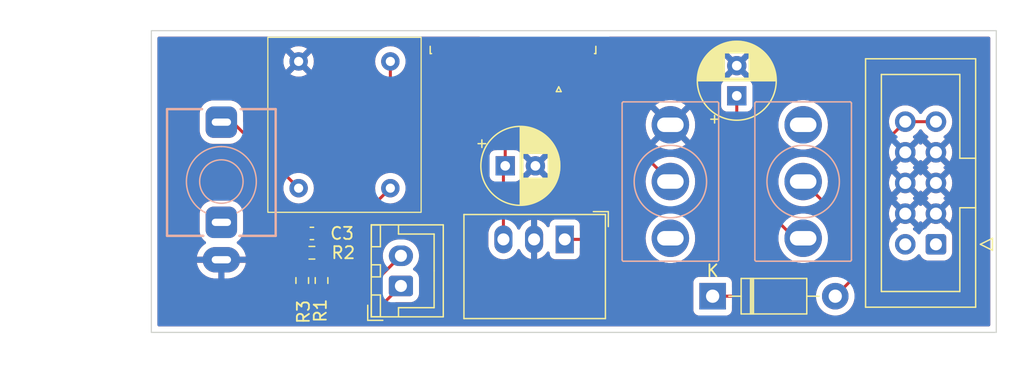
<source format=kicad_pcb>
(kicad_pcb (version 20221018) (generator pcbnew)
  (layers (0 "F.Cu" signal) (31 "B.Cu" signal) (34 "B.Paste" user) (35 "F.Paste" user) (36 "B.SilkS" user "B.Silkscreen") (37 "F.SilkS" user "F.Silkscreen") (38 "B.Mask" user) (39 "F.Mask" user) (44 "Edge.Cuts" user))
  (net 0 "")
  (net 4 "GND")
  (net 5 "+5V")
  (net 6 "+12V")
  (net 7 "Net-(J1-Pin_16)")
  (net 12 "Net-(D2-K)")
  (net 13 "Net-(D2-A)")
  (net 15 "Net-(T1-AA)")
  (net 16 "Net-(T1-AB)")
  (net 17 "Net-(T1-SB)")
  (net 18 "Net-(J4-Pin_1)")
  (net 19 "Net-(J4-Pin_2)")
  (footprint "AlexCustom:EI14" (layer "F.Cu") (at 26 7.8 90)
    (fp_text reference "T1" hide)
    (fp_text value "Transformer_1P_1S")
    (fp_rect (start -7.25 -6.35) (end 7.25 6.35) (stroke (width 0.1)) (fill none) (layer "F.SilkS"))
    (pad "1" thru_hole circle (at -5.25 3.8 90) (size 1.524 1.524) (drill 0.762) (layers "*.Cu" "*.Mask") (net 15 "Net-(T1-AA)"))
    (pad "2" thru_hole circle (at 5.25 3.8 90) (size 1.524 1.524) (drill 0.762) (layers "*.Cu" "*.Mask") (net 16 "Net-(T1-AB)"))
    (pad "3" thru_hole circle (at 5.25 -3.8 90) (size 1.524 1.524) (drill 0.762) (layers "*.Cu" "*.Mask") (net 4 "GND"))
    (pad "4" thru_hole circle (at -5.25 -3.8 90) (size 1.524 1.524) (drill 0.762) (layers "*.Cu" "*.Mask") (net 17 "Net-(T1-SB)"))
  )
  (footprint "Connector_IDC:IDC-Header_2x05_P2.54mm_Vertical" (layer "F.Cu") (at 75 17.7 180)
    (fp_text reference "J3" hide)
    (fp_text value "Conn_02x05_Odd_Even")
    (fp_line (start -4.68 -0.5) (end -4.68 0.5) (stroke (width 0.12)) (layer "F.SilkS"))
    (fp_line (start -4.68 0.5) (end -3.68 0) (stroke (width 0.12)) (layer "F.SilkS"))
    (fp_line (start -3.68 0) (end -4.68 -0.5) (stroke (width 0.12)) (layer "F.SilkS"))
    (fp_line (start -3.29 -5.21) (end 5.83 -5.21) (stroke (width 0.12)) (layer "F.SilkS"))
    (fp_line (start -3.29 3.03) (end -1.98 3.03) (stroke (width 0.12)) (layer "F.SilkS"))
    (fp_line (start -3.29 15.37) (end -3.29 -5.21) (stroke (width 0.12)) (layer "F.SilkS"))
    (fp_line (start -1.98 -3.91) (end 4.52 -3.91) (stroke (width 0.12)) (layer "F.SilkS"))
    (fp_line (start -1.98 3.03) (end -1.98 -3.91) (stroke (width 0.12)) (layer "F.SilkS"))
    (fp_line (start -1.98 7.13) (end -3.29 7.13) (stroke (width 0.12)) (layer "F.SilkS"))
    (fp_line (start -1.98 7.13) (end -1.98 7.13) (stroke (width 0.12)) (layer "F.SilkS"))
    (fp_line (start -1.98 14.07) (end -1.98 7.13) (stroke (width 0.12)) (layer "F.SilkS"))
    (fp_line (start 4.52 -3.91) (end 4.52 14.07) (stroke (width 0.12)) (layer "F.SilkS"))
    (fp_line (start 4.52 14.07) (end -1.98 14.07) (stroke (width 0.12)) (layer "F.SilkS"))
    (fp_line (start 5.83 -5.21) (end 5.83 15.37) (stroke (width 0.12)) (layer "F.SilkS"))
    (fp_line (start 5.83 15.37) (end -3.29 15.37) (stroke (width 0.12)) (layer "F.SilkS"))
    (pad "1" thru_hole roundrect (at 0 0 180) (size 1.7 1.7) (drill 1) (layers "*.Cu" "*.Mask") (roundrect_rratio 0.1470588235))
    (pad "2" thru_hole circle (at 2.54 0 180) (size 1.7 1.7) (drill 1) (layers "*.Cu" "*.Mask"))
    (pad "3" thru_hole circle (at 0 2.54 180) (size 1.7 1.7) (drill 1) (layers "*.Cu" "*.Mask") (net 4 "GND"))
    (pad "4" thru_hole circle (at 2.54 2.54 180) (size 1.7 1.7) (drill 1) (layers "*.Cu" "*.Mask") (net 4 "GND"))
    (pad "5" thru_hole circle (at 0 5.08 180) (size 1.7 1.7) (drill 1) (layers "*.Cu" "*.Mask") (net 4 "GND"))
    (pad "6" thru_hole circle (at 2.54 5.08 180) (size 1.7 1.7) (drill 1) (layers "*.Cu" "*.Mask") (net 4 "GND"))
    (pad "7" thru_hole circle (at 0 7.62 180) (size 1.7 1.7) (drill 1) (layers "*.Cu" "*.Mask") (net 4 "GND"))
    (pad "8" thru_hole circle (at 2.54 7.62 180) (size 1.7 1.7) (drill 1) (layers "*.Cu" "*.Mask") (net 4 "GND"))
    (pad "9" thru_hole circle (at 0 10.16 180) (size 1.7 1.7) (drill 1) (layers "*.Cu" "*.Mask") (net 13 "Net-(D2-A)"))
    (pad "10" thru_hole circle (at 2.54 10.16 180) (size 1.7 1.7) (drill 1) (layers "*.Cu" "*.Mask") (net 13 "Net-(D2-A)"))
  )
  (footprint "Resistor_SMD:R_0603_1608Metric" (layer "F.Cu") (at 24.1 20.7 -90)
    (fp_text reference "R1" (at 2.5 0.1 90) (layer "F.SilkS"))
    (fp_text value "1k")
    (fp_line (start -0.237258 -0.5225) (end 0.237258 -0.5225) (stroke (width 0.12)) (layer "F.SilkS"))
    (fp_line (start -0.237258 0.5225) (end 0.237258 0.5225) (stroke (width 0.12)) (layer "F.SilkS"))
    (pad "1" smd roundrect (at -0.825 0 270) (size 0.8 0.95) (layers "F.Cu" "F.Paste" "F.Mask") (net 15 "Net-(T1-AA)"))
    (pad "2" smd roundrect (at 0.825 0 270) (size 0.8 0.95) (layers "F.Cu" "F.Paste" "F.Mask") (net 19 "Net-(J4-Pin_2)"))
  )
  (footprint "Resistor_SMD:R_0603_1608Metric" (layer "F.Cu") (at 23.3 18.4 180)
    (fp_text reference "R2" (at -2.6 0) (layer "F.SilkS"))
    (fp_text value "200")
    (fp_line (start -0.237258 -0.5225) (end 0.237258 -0.5225) (stroke (width 0.12)) (layer "F.SilkS"))
    (fp_line (start -0.237258 0.5225) (end 0.237258 0.5225) (stroke (width 0.12)) (layer "F.SilkS"))
    (pad "1" smd roundrect (at -0.825 0 180) (size 0.8 0.95) (layers "F.Cu" "F.Paste" "F.Mask") (net 15 "Net-(T1-AA)"))
    (pad "2" smd roundrect (at 0.825 0 180) (size 0.8 0.95) (layers "F.Cu" "F.Paste" "F.Mask") (net 16 "Net-(T1-AB)"))
  )
  (footprint "Capacitor_THT:CP_Radial_D6.3mm_P2.50mm" (layer "F.Cu") (at 39.317621 11.2)
    (fp_text reference "C2" hide)
    (fp_text value "47u")
    (fp_line (start -2.250241 -1.839) (end -1.620241 -1.839) (stroke (width 0.12)) (layer "F.SilkS"))
    (fp_line (start -1.935241 -2.154) (end -1.935241 -1.524) (stroke (width 0.12)) (layer "F.SilkS"))
    (fp_line (start 1.25 -3.23) (end 1.25 3.23) (stroke (width 0.12)) (layer "F.SilkS"))
    (fp_line (start 1.29 -3.23) (end 1.29 3.23) (stroke (width 0.12)) (layer "F.SilkS"))
    (fp_line (start 1.33 -3.23) (end 1.33 3.23) (stroke (width 0.12)) (layer "F.SilkS"))
    (fp_line (start 1.37 -3.228) (end 1.37 3.228) (stroke (width 0.12)) (layer "F.SilkS"))
    (fp_line (start 1.41 -3.227) (end 1.41 3.227) (stroke (width 0.12)) (layer "F.SilkS"))
    (fp_line (start 1.45 -3.224) (end 1.45 3.224) (stroke (width 0.12)) (layer "F.SilkS"))
    (fp_line (start 1.49 -3.222) (end 1.49 -1.04) (stroke (width 0.12)) (layer "F.SilkS"))
    (fp_line (start 1.49 1.04) (end 1.49 3.222) (stroke (width 0.12)) (layer "F.SilkS"))
    (fp_line (start 1.53 -3.218) (end 1.53 -1.04) (stroke (width 0.12)) (layer "F.SilkS"))
    (fp_line (start 1.53 1.04) (end 1.53 3.218) (stroke (width 0.12)) (layer "F.SilkS"))
    (fp_line (start 1.57 -3.215) (end 1.57 -1.04) (stroke (width 0.12)) (layer "F.SilkS"))
    (fp_line (start 1.57 1.04) (end 1.57 3.215) (stroke (width 0.12)) (layer "F.SilkS"))
    (fp_line (start 1.61 -3.211) (end 1.61 -1.04) (stroke (width 0.12)) (layer "F.SilkS"))
    (fp_line (start 1.61 1.04) (end 1.61 3.211) (stroke (width 0.12)) (layer "F.SilkS"))
    (fp_line (start 1.65 -3.206) (end 1.65 -1.04) (stroke (width 0.12)) (layer "F.SilkS"))
    (fp_line (start 1.65 1.04) (end 1.65 3.206) (stroke (width 0.12)) (layer "F.SilkS"))
    (fp_line (start 1.69 -3.201) (end 1.69 -1.04) (stroke (width 0.12)) (layer "F.SilkS"))
    (fp_line (start 1.69 1.04) (end 1.69 3.201) (stroke (width 0.12)) (layer "F.SilkS"))
    (fp_line (start 1.73 -3.195) (end 1.73 -1.04) (stroke (width 0.12)) (layer "F.SilkS"))
    (fp_line (start 1.73 1.04) (end 1.73 3.195) (stroke (width 0.12)) (layer "F.SilkS"))
    (fp_line (start 1.77 -3.189) (end 1.77 -1.04) (stroke (width 0.12)) (layer "F.SilkS"))
    (fp_line (start 1.77 1.04) (end 1.77 3.189) (stroke (width 0.12)) (layer "F.SilkS"))
    (fp_line (start 1.81 -3.182) (end 1.81 -1.04) (stroke (width 0.12)) (layer "F.SilkS"))
    (fp_line (start 1.81 1.04) (end 1.81 3.182) (stroke (width 0.12)) (layer "F.SilkS"))
    (fp_line (start 1.85 -3.175) (end 1.85 -1.04) (stroke (width 0.12)) (layer "F.SilkS"))
    (fp_line (start 1.85 1.04) (end 1.85 3.175) (stroke (width 0.12)) (layer "F.SilkS"))
    (fp_line (start 1.89 -3.167) (end 1.89 -1.04) (stroke (width 0.12)) (layer "F.SilkS"))
    (fp_line (start 1.89 1.04) (end 1.89 3.167) (stroke (width 0.12)) (layer "F.SilkS"))
    (fp_line (start 1.93 -3.159) (end 1.93 -1.04) (stroke (width 0.12)) (layer "F.SilkS"))
    (fp_line (start 1.93 1.04) (end 1.93 3.159) (stroke (width 0.12)) (layer "F.SilkS"))
    (fp_line (start 1.971 -3.15) (end 1.971 -1.04) (stroke (width 0.12)) (layer "F.SilkS"))
    (fp_line (start 1.971 1.04) (end 1.971 3.15) (stroke (width 0.12)) (layer "F.SilkS"))
    (fp_line (start 2.011 -3.141) (end 2.011 -1.04) (stroke (width 0.12)) (layer "F.SilkS"))
    (fp_line (start 2.011 1.04) (end 2.011 3.141) (stroke (width 0.12)) (layer "F.SilkS"))
    (fp_line (start 2.051 -3.131) (end 2.051 -1.04) (stroke (width 0.12)) (layer "F.SilkS"))
    (fp_line (start 2.051 1.04) (end 2.051 3.131) (stroke (width 0.12)) (layer "F.SilkS"))
    (fp_line (start 2.091 -3.121) (end 2.091 -1.04) (stroke (width 0.12)) (layer "F.SilkS"))
    (fp_line (start 2.091 1.04) (end 2.091 3.121) (stroke (width 0.12)) (layer "F.SilkS"))
    (fp_line (start 2.131 -3.11) (end 2.131 -1.04) (stroke (width 0.12)) (layer "F.SilkS"))
    (fp_line (start 2.131 1.04) (end 2.131 3.11) (stroke (width 0.12)) (layer "F.SilkS"))
    (fp_line (start 2.171 -3.098) (end 2.171 -1.04) (stroke (width 0.12)) (layer "F.SilkS"))
    (fp_line (start 2.171 1.04) (end 2.171 3.098) (stroke (width 0.12)) (layer "F.SilkS"))
    (fp_line (start 2.211 -3.086) (end 2.211 -1.04) (stroke (width 0.12)) (layer "F.SilkS"))
    (fp_line (start 2.211 1.04) (end 2.211 3.086) (stroke (width 0.12)) (layer "F.SilkS"))
    (fp_line (start 2.251 -3.074) (end 2.251 -1.04) (stroke (width 0.12)) (layer "F.SilkS"))
    (fp_line (start 2.251 1.04) (end 2.251 3.074) (stroke (width 0.12)) (layer "F.SilkS"))
    (fp_line (start 2.291 -3.061) (end 2.291 -1.04) (stroke (width 0.12)) (layer "F.SilkS"))
    (fp_line (start 2.291 1.04) (end 2.291 3.061) (stroke (width 0.12)) (layer "F.SilkS"))
    (fp_line (start 2.331 -3.047) (end 2.331 -1.04) (stroke (width 0.12)) (layer "F.SilkS"))
    (fp_line (start 2.331 1.04) (end 2.331 3.047) (stroke (width 0.12)) (layer "F.SilkS"))
    (fp_line (start 2.371 -3.033) (end 2.371 -1.04) (stroke (width 0.12)) (layer "F.SilkS"))
    (fp_line (start 2.371 1.04) (end 2.371 3.033) (stroke (width 0.12)) (layer "F.SilkS"))
    (fp_line (start 2.411 -3.018) (end 2.411 -1.04) (stroke (width 0.12)) (layer "F.SilkS"))
    (fp_line (start 2.411 1.04) (end 2.411 3.018) (stroke (width 0.12)) (layer "F.SilkS"))
    (fp_line (start 2.451 -3.002) (end 2.451 -1.04) (stroke (width 0.12)) (layer "F.SilkS"))
    (fp_line (start 2.451 1.04) (end 2.451 3.002) (stroke (width 0.12)) (layer "F.SilkS"))
    (fp_line (start 2.491 -2.986) (end 2.491 -1.04) (stroke (width 0.12)) (layer "F.SilkS"))
    (fp_line (start 2.491 1.04) (end 2.491 2.986) (stroke (width 0.12)) (layer "F.SilkS"))
    (fp_line (start 2.531 -2.97) (end 2.531 -1.04) (stroke (width 0.12)) (layer "F.SilkS"))
    (fp_line (start 2.531 1.04) (end 2.531 2.97) (stroke (width 0.12)) (layer "F.SilkS"))
    (fp_line (start 2.571 -2.952) (end 2.571 -1.04) (stroke (width 0.12)) (layer "F.SilkS"))
    (fp_line (start 2.571 1.04) (end 2.571 2.952) (stroke (width 0.12)) (layer "F.SilkS"))
    (fp_line (start 2.611 -2.934) (end 2.611 -1.04) (stroke (width 0.12)) (layer "F.SilkS"))
    (fp_line (start 2.611 1.04) (end 2.611 2.934) (stroke (width 0.12)) (layer "F.SilkS"))
    (fp_line (start 2.651 -2.916) (end 2.651 -1.04) (stroke (width 0.12)) (layer "F.SilkS"))
    (fp_line (start 2.651 1.04) (end 2.651 2.916) (stroke (width 0.12)) (layer "F.SilkS"))
    (fp_line (start 2.691 -2.896) (end 2.691 -1.04) (stroke (width 0.12)) (layer "F.SilkS"))
    (fp_line (start 2.691 1.04) (end 2.691 2.896) (stroke (width 0.12)) (layer "F.SilkS"))
    (fp_line (start 2.731 -2.876) (end 2.731 -1.04) (stroke (width 0.12)) (layer "F.SilkS"))
    (fp_line (start 2.731 1.04) (end 2.731 2.876) (stroke (width 0.12)) (layer "F.SilkS"))
    (fp_line (start 2.771 -2.856) (end 2.771 -1.04) (stroke (width 0.12)) (layer "F.SilkS"))
    (fp_line (start 2.771 1.04) (end 2.771 2.856) (stroke (width 0.12)) (layer "F.SilkS"))
    (fp_line (start 2.811 -2.834) (end 2.811 -1.04) (stroke (width 0.12)) (layer "F.SilkS"))
    (fp_line (start 2.811 1.04) (end 2.811 2.834) (stroke (width 0.12)) (layer "F.SilkS"))
    (fp_line (start 2.851 -2.812) (end 2.851 -1.04) (stroke (width 0.12)) (layer "F.SilkS"))
    (fp_line (start 2.851 1.04) (end 2.851 2.812) (stroke (width 0.12)) (layer "F.SilkS"))
    (fp_line (start 2.891 -2.79) (end 2.891 -1.04) (stroke (width 0.12)) (layer "F.SilkS"))
    (fp_line (start 2.891 1.04) (end 2.891 2.79) (stroke (width 0.12)) (layer "F.SilkS"))
    (fp_line (start 2.931 -2.766) (end 2.931 -1.04) (stroke (width 0.12)) (layer "F.SilkS"))
    (fp_line (start 2.931 1.04) (end 2.931 2.766) (stroke (width 0.12)) (layer "F.SilkS"))
    (fp_line (start 2.971 -2.742) (end 2.971 -1.04) (stroke (width 0.12)) (layer "F.SilkS"))
    (fp_line (start 2.971 1.04) (end 2.971 2.742) (stroke (width 0.12)) (layer "F.SilkS"))
    (fp_line (start 3.011 -2.716) (end 3.011 -1.04) (stroke (width 0.12)) (layer "F.SilkS"))
    (fp_line (start 3.011 1.04) (end 3.011 2.716) (stroke (width 0.12)) (layer "F.SilkS"))
    (fp_line (start 3.051 -2.69) (end 3.051 -1.04) (stroke (width 0.12)) (layer "F.SilkS"))
    (fp_line (start 3.051 1.04) (end 3.051 2.69) (stroke (width 0.12)) (layer "F.SilkS"))
    (fp_line (start 3.091 -2.664) (end 3.091 -1.04) (stroke (width 0.12)) (layer "F.SilkS"))
    (fp_line (start 3.091 1.04) (end 3.091 2.664) (stroke (width 0.12)) (layer "F.SilkS"))
    (fp_line (start 3.131 -2.636) (end 3.131 -1.04) (stroke (width 0.12)) (layer "F.SilkS"))
    (fp_line (start 3.131 1.04) (end 3.131 2.636) (stroke (width 0.12)) (layer "F.SilkS"))
    (fp_line (start 3.171 -2.607) (end 3.171 -1.04) (stroke (width 0.12)) (layer "F.SilkS"))
    (fp_line (start 3.171 1.04) (end 3.171 2.607) (stroke (width 0.12)) (layer "F.SilkS"))
    (fp_line (start 3.211 -2.578) (end 3.211 -1.04) (stroke (width 0.12)) (layer "F.SilkS"))
    (fp_line (start 3.211 1.04) (end 3.211 2.578) (stroke (width 0.12)) (layer "F.SilkS"))
    (fp_line (start 3.251 -2.548) (end 3.251 -1.04) (stroke (width 0.12)) (layer "F.SilkS"))
    (fp_line (start 3.251 1.04) (end 3.251 2.548) (stroke (width 0.12)) (layer "F.SilkS"))
    (fp_line (start 3.291 -2.516) (end 3.291 -1.04) (stroke (width 0.12)) (layer "F.SilkS"))
    (fp_line (start 3.291 1.04) (end 3.291 2.516) (stroke (width 0.12)) (layer "F.SilkS"))
    (fp_line (start 3.331 -2.484) (end 3.331 -1.04) (stroke (width 0.12)) (layer "F.SilkS"))
    (fp_line (start 3.331 1.04) (end 3.331 2.484) (stroke (width 0.12)) (layer "F.SilkS"))
    (fp_line (start 3.371 -2.45) (end 3.371 -1.04) (stroke (width 0.12)) (layer "F.SilkS"))
    (fp_line (start 3.371 1.04) (end 3.371 2.45) (stroke (width 0.12)) (layer "F.SilkS"))
    (fp_line (start 3.411 -2.416) (end 3.411 -1.04) (stroke (width 0.12)) (layer "F.SilkS"))
    (fp_line (start 3.411 1.04) (end 3.411 2.416) (stroke (width 0.12)) (layer "F.SilkS"))
    (fp_line (start 3.451 -2.38) (end 3.451 -1.04) (stroke (width 0.12)) (layer "F.SilkS"))
    (fp_line (start 3.451 1.04) (end 3.451 2.38) (stroke (width 0.12)) (layer "F.SilkS"))
    (fp_line (start 3.491 -2.343) (end 3.491 -1.04) (stroke (width 0.12)) (layer "F.SilkS"))
    (fp_line (start 3.491 1.04) (end 3.491 2.343) (stroke (width 0.12)) (layer "F.SilkS"))
    (fp_line (start 3.531 -2.305) (end 3.531 -1.04) (stroke (width 0.12)) (layer "F.SilkS"))
    (fp_line (start 3.531 1.04) (end 3.531 2.305) (stroke (width 0.12)) (layer "F.SilkS"))
    (fp_line (start 3.571 -2.265) (end 3.571 2.265) (stroke (width 0.12)) (layer "F.SilkS"))
    (fp_line (start 3.611 -2.224) (end 3.611 2.224) (stroke (width 0.12)) (layer "F.SilkS"))
    (fp_line (start 3.651 -2.182) (end 3.651 2.182) (stroke (width 0.12)) (layer "F.SilkS"))
    (fp_line (start 3.691 -2.137) (end 3.691 2.137) (stroke (width 0.12)) (layer "F.SilkS"))
    (fp_line (start 3.731 -2.092) (end 3.731 2.092) (stroke (width 0.12)) (layer "F.SilkS"))
    (fp_line (start 3.771 -2.044) (end 3.771 2.044) (stroke (width 0.12)) (layer "F.SilkS"))
    (fp_line (start 3.811 -1.995) (end 3.811 1.995) (stroke (width 0.12)) (layer "F.SilkS"))
    (fp_line (start 3.851 -1.944) (end 3.851 1.944) (stroke (width 0.12)) (layer "F.SilkS"))
    (fp_line (start 3.891 -1.89) (end 3.891 1.89) (stroke (width 0.12)) (layer "F.SilkS"))
    (fp_line (start 3.931 -1.834) (end 3.931 1.834) (stroke (width 0.12)) (layer "F.SilkS"))
    (fp_line (start 3.971 -1.776) (end 3.971 1.776) (stroke (width 0.12)) (layer "F.SilkS"))
    (fp_line (start 4.011 -1.714) (end 4.011 1.714) (stroke (width 0.12)) (layer "F.SilkS"))
    (fp_line (start 4.051 -1.65) (end 4.051 1.65) (stroke (width 0.12)) (layer "F.SilkS"))
    (fp_line (start 4.091 -1.581) (end 4.091 1.581) (stroke (width 0.12)) (layer "F.SilkS"))
    (fp_line (start 4.131 -1.509) (end 4.131 1.509) (stroke (width 0.12)) (layer "F.SilkS"))
    (fp_line (start 4.171 -1.432) (end 4.171 1.432) (stroke (width 0.12)) (layer "F.SilkS"))
    (fp_line (start 4.211 -1.35) (end 4.211 1.35) (stroke (width 0.12)) (layer "F.SilkS"))
    (fp_line (start 4.251 -1.262) (end 4.251 1.262) (stroke (width 0.12)) (layer "F.SilkS"))
    (fp_line (start 4.291 -1.165) (end 4.291 1.165) (stroke (width 0.12)) (layer "F.SilkS"))
    (fp_line (start 4.331 -1.059) (end 4.331 1.059) (stroke (width 0.12)) (layer "F.SilkS"))
    (fp_line (start 4.371 -0.94) (end 4.371 0.94) (stroke (width 0.12)) (layer "F.SilkS"))
    (fp_line (start 4.411 -0.802) (end 4.411 0.802) (stroke (width 0.12)) (layer "F.SilkS"))
    (fp_line (start 4.451 -0.633) (end 4.451 0.633) (stroke (width 0.12)) (layer "F.SilkS"))
    (fp_line (start 4.491 -0.402) (end 4.491 0.402) (stroke (width 0.12)) (layer "F.SilkS"))
    (fp_circle (center 1.25 0) (end 4.52 0) (stroke (width 0.12)) (fill none) (layer "F.SilkS"))
    (pad "1" thru_hole rect (at 0 0) (size 1.6 1.6) (drill 0.8) (layers "*.Cu" "*.Mask") (net 5 "+5V"))
    (pad "2" thru_hole circle (at 2.5 0) (size 1.6 1.6) (drill 0.8) (layers "*.Cu" "*.Mask") (net 4 "GND"))
  )
  (footprint "Resistor_SMD:R_0603_1608Metric" (layer "F.Cu") (at 22.5 20.7 -90)
    (fp_text reference "R3" (at 2.6 -0.1 90) (layer "F.SilkS"))
    (fp_text value "1k")
    (fp_line (start -0.237258 -0.5225) (end 0.237258 -0.5225) (stroke (width 0.12)) (layer "F.SilkS"))
    (fp_line (start -0.237258 0.5225) (end 0.237258 0.5225) (stroke (width 0.12)) (layer "F.SilkS"))
    (pad "1" smd roundrect (at -0.825 0 270) (size 0.8 0.95) (layers "F.Cu" "F.Paste" "F.Mask") (net 16 "Net-(T1-AB)"))
    (pad "2" smd roundrect (at 0.825 0 270) (size 0.8 0.95) (layers "F.Cu" "F.Paste" "F.Mask") (net 18 "Net-(J4-Pin_1)"))
  )
  (footprint "Diode_THT:D_DO-41_SOD81_P10.16mm_Horizontal" (layer "F.Cu") (at 56.5 22)
    (fp_text reference "D2" hide)
    (fp_text value "1N4007")
    (fp_text user "K" (at 0 -2.1) (layer "F.SilkS"))
    (fp_line (start 1.34 0) (end 2.36 0) (stroke (width 0.12)) (layer "F.SilkS"))
    (fp_line (start 2.36 -1.47) (end 2.36 1.47) (stroke (width 0.12)) (layer "F.SilkS"))
    (fp_line (start 2.36 1.47) (end 7.8 1.47) (stroke (width 0.12)) (layer "F.SilkS"))
    (fp_line (start 3.14 -1.47) (end 3.14 1.47) (stroke (width 0.12)) (layer "F.SilkS"))
    (fp_line (start 3.26 -1.47) (end 3.26 1.47) (stroke (width 0.12)) (layer "F.SilkS"))
    (fp_line (start 3.38 -1.47) (end 3.38 1.47) (stroke (width 0.12)) (layer "F.SilkS"))
    (fp_line (start 7.8 -1.47) (end 2.36 -1.47) (stroke (width 0.12)) (layer "F.SilkS"))
    (fp_line (start 7.8 1.47) (end 7.8 -1.47) (stroke (width 0.12)) (layer "F.SilkS"))
    (fp_line (start 8.82 0) (end 7.8 0) (stroke (width 0.12)) (layer "F.SilkS"))
    (pad "1" thru_hole rect (at 0 0) (size 2.2 2.2) (drill 1.1) (layers "*.Cu" "*.Mask") (net 12 "Net-(D2-K)"))
    (pad "2" thru_hole oval (at 10.16 0) (size 2.2 2.2) (drill 1.1) (layers "*.Cu" "*.Mask") (net 13 "Net-(D2-A)"))
  )
  (footprint "Connector_JST:JST_XH_B2B-XH-A_1x02_P2.50mm_Vertical" (layer "F.Cu") (at 30.675 21.15 90)
    (fp_text reference "J4" hide)
    (fp_text value "Conn_01x02")
    (fp_line (start -2.85 -2.75) (end -2.85 -1.5) (stroke (width 0.12)) (layer "F.SilkS"))
    (fp_line (start -2.56 -2.46) (end -2.56 3.51) (stroke (width 0.12)) (layer "F.SilkS"))
    (fp_line (start -2.56 3.51) (end 5.06 3.51) (stroke (width 0.12)) (layer "F.SilkS"))
    (fp_line (start -2.55 -2.45) (end -2.55 -1.7) (stroke (width 0.12)) (layer "F.SilkS"))
    (fp_line (start -2.55 -1.7) (end -0.75 -1.7) (stroke (width 0.12)) (layer "F.SilkS"))
    (fp_line (start -2.55 -0.2) (end -1.8 -0.2) (stroke (width 0.12)) (layer "F.SilkS"))
    (fp_line (start -1.8 -0.2) (end -1.8 2.75) (stroke (width 0.12)) (layer "F.SilkS"))
    (fp_line (start -1.8 2.75) (end 1.25 2.75) (stroke (width 0.12)) (layer "F.SilkS"))
    (fp_line (start -1.6 -2.75) (end -2.85 -2.75) (stroke (width 0.12)) (layer "F.SilkS"))
    (fp_line (start -0.75 -2.45) (end -2.55 -2.45) (stroke (width 0.12)) (layer "F.SilkS"))
    (fp_line (start -0.75 -1.7) (end -0.75 -2.45) (stroke (width 0.12)) (layer "F.SilkS"))
    (fp_line (start 0.75 -2.45) (end 0.75 -1.7) (stroke (width 0.12)) (layer "F.SilkS"))
    (fp_line (start 0.75 -1.7) (end 1.75 -1.7) (stroke (width 0.12)) (layer "F.SilkS"))
    (fp_line (start 1.75 -2.45) (end 0.75 -2.45) (stroke (width 0.12)) (layer "F.SilkS"))
    (fp_line (start 1.75 -1.7) (end 1.75 -2.45) (stroke (width 0.12)) (layer "F.SilkS"))
    (fp_line (start 3.25 -2.45) (end 3.25 -1.7) (stroke (width 0.12)) (layer "F.SilkS"))
    (fp_line (start 3.25 -1.7) (end 5.05 -1.7) (stroke (width 0.12)) (layer "F.SilkS"))
    (fp_line (start 4.3 -0.2) (end 4.3 2.75) (stroke (width 0.12)) (layer "F.SilkS"))
    (fp_line (start 4.3 2.75) (end 1.25 2.75) (stroke (width 0.12)) (layer "F.SilkS"))
    (fp_line (start 5.05 -2.45) (end 3.25 -2.45) (stroke (width 0.12)) (layer "F.SilkS"))
    (fp_line (start 5.05 -1.7) (end 5.05 -2.45) (stroke (width 0.12)) (layer "F.SilkS"))
    (fp_line (start 5.05 -0.2) (end 4.3 -0.2) (stroke (width 0.12)) (layer "F.SilkS"))
    (fp_line (start 5.06 -2.46) (end -2.56 -2.46) (stroke (width 0.12)) (layer "F.SilkS"))
    (fp_line (start 5.06 3.51) (end 5.06 -2.46) (stroke (width 0.12)) (layer "F.SilkS"))
    (pad "1" thru_hole roundrect (at 0 0 90) (size 1.7 2) (drill 1) (layers "*.Cu" "*.Mask") (roundrect_rratio 0.1470588235) (net 18 "Net-(J4-Pin_1)"))
    (pad "2" thru_hole oval (at 2.5 0 90) (size 1.7 2) (drill 1) (layers "*.Cu" "*.Mask") (net 19 "Net-(J4-Pin_2)"))
  )
  (footprint "Converter_DCDC:Converter_DCDC_RECOM_R-78E-0.5_THT" (layer "F.Cu") (at 44.247 17.2925 180)
    (fp_text reference "U1" hide)
    (fp_text value "R-78E5.0-1.0")
    (fp_line (start -3.611 1.06) (end -3.611 2.3) (stroke (width 0.12)) (layer "F.SilkS"))
    (fp_line (start -3.611 2.3) (end -2.371 2.3) (stroke (width 0.12)) (layer "F.SilkS"))
    (fp_line (start -3.371 -6.56) (end -3.371 2.06) (stroke (width 0.12)) (layer "F.SilkS"))
    (fp_line (start -3.371 -6.56) (end 8.35 -6.56) (stroke (width 0.12)) (layer "F.SilkS"))
    (fp_line (start -3.371 2.06) (end 8.35 2.06) (stroke (width 0.12)) (layer "F.SilkS"))
    (fp_line (start 8.35 -6.56) (end 8.35 2.06) (stroke (width 0.12)) (layer "F.SilkS"))
    (pad "1" thru_hole rect (at 0 0 180) (size 1.5 2.3) (drill 1) (layers "*.Cu" "*.Mask") (net 6 "+12V"))
    (pad "2" thru_hole oval (at 2.54 0 180) (size 1.5 2.3) (drill 1) (layers "*.Cu" "*.Mask") (net 4 "GND"))
    (pad "3" thru_hole oval (at 5.08 0 180) (size 1.5 2.3) (drill 1) (layers "*.Cu" "*.Mask") (net 5 "+5V"))
  )
  (footprint "Connector_FFC-FPC:TE_1-1734839-6_1x16-1MP_P0.5mm_Horizontal" (layer "F.Cu") (at 40 4.5 180)
    (fp_text reference "J1" hide)
    (fp_text value "Conn_01x16_MountingPin")
    (fp_line (start -6.825 2.6) (end -6.825 3.2) (stroke (width 0.12)) (layer "F.SilkS"))
    (fp_line (start -6.715 2.6) (end -6.825 2.6) (stroke (width 0.12)) (layer "F.SilkS"))
    (fp_line (start -3.95 -0.55) (end -3.75 -0.15) (stroke (width 0.12)) (layer "F.SilkS"))
    (fp_line (start -3.75 -0.15) (end -3.55 -0.55) (stroke (width 0.12)) (layer "F.SilkS"))
    (fp_line (start -3.55 -0.55) (end -3.95 -0.55) (stroke (width 0.12)) (layer "F.SilkS"))
    (fp_line (start 6.79 2.6) (end 6.9 2.6) (stroke (width 0.12)) (layer "F.SilkS"))
    (fp_line (start 6.9 2.6) (end 6.9 3.2) (stroke (width 0.12)) (layer "F.SilkS"))
    (pad "1" smd rect (at -3.75 -1.35 180) (size 0.3 1.3) (layers "F.Cu" "F.Paste" "F.Mask"))
    (pad "2" smd rect (at -3.25 -1.35 180) (size 0.3 1.3) (layers "F.Cu" "F.Paste" "F.Mask") (net 5 "+5V"))
    (pad "3" smd rect (at -2.75 -1.35 180) (size 0.3 1.3) (layers "F.Cu" "F.Paste" "F.Mask") (net 5 "+5V"))
    (pad "4" smd rect (at -2.25 -1.35 180) (size 0.3 1.3) (layers "F.Cu" "F.Paste" "F.Mask") (net 5 "+5V"))
    (pad "5" smd rect (at -1.75 -1.35 180) (size 0.3 1.3) (layers "F.Cu" "F.Paste" "F.Mask") (net 5 "+5V"))
    (pad "6" smd rect (at -1.25 -1.35 180) (size 0.3 1.3) (layers "F.Cu" "F.Paste" "F.Mask") (net 5 "+5V"))
    (pad "7" smd rect (at -0.75 -1.35 180) (size 0.3 1.3) (layers "F.Cu" "F.Paste" "F.Mask") (net 5 "+5V"))
    (pad "8" smd rect (at -0.25 -1.35 180) (size 0.3 1.3) (layers "F.Cu" "F.Paste" "F.Mask") (net 4 "GND"))
    (pad "9" smd rect (at 0.25 -1.35 180) (size 0.3 1.3) (layers "F.Cu" "F.Paste" "F.Mask"))
    (pad "10" smd rect (at 0.75 -1.35 180) (size 0.3 1.3) (layers "F.Cu" "F.Paste" "F.Mask"))
    (pad "11" smd rect (at 1.25 -1.35 180) (size 0.3 1.3) (layers "F.Cu" "F.Paste" "F.Mask") (net 4 "GND"))
    (pad "12" smd rect (at 1.75 -1.35 180) (size 0.3 1.3) (layers "F.Cu" "F.Paste" "F.Mask") (net 4 "GND"))
    (pad "13" smd rect (at 2.25 -1.35 180) (size 0.3 1.3) (layers "F.Cu" "F.Paste" "F.Mask") (net 4 "GND"))
    (pad "14" smd rect (at 2.75 -1.35 180) (size 0.3 1.3) (layers "F.Cu" "F.Paste" "F.Mask") (net 4 "GND"))
    (pad "15" smd rect (at 3.25 -1.35 180) (size 0.3 1.3) (layers "F.Cu" "F.Paste" "F.Mask") (net 4 "GND"))
    (pad "16" smd rect (at 3.75 -1.35 180) (size 0.3 1.3) (layers "F.Cu" "F.Paste" "F.Mask") (net 7 "Net-(J1-Pin_16)"))
    (pad "MP" smd rect (at -5.5 1 180) (size 2 3) (layers "F.Cu" "F.Paste" "F.Mask") (net 4 "GND"))
    (pad "MP" smd rect (at 5.5 1 180) (size 2 3) (layers "F.Cu" "F.Paste" "F.Mask") (net 4 "GND"))
  )
  (footprint "Capacitor_THT:CP_Radial_D6.3mm_P2.50mm" (layer "F.Cu") (at 58.5 5.4 90)
    (fp_text reference "C1" hide)
    (fp_text value "47u")
    (fp_line (start -2.250241 -1.839) (end -1.620241 -1.839) (stroke (width 0.12)) (layer "F.SilkS"))
    (fp_line (start -1.935241 -2.154) (end -1.935241 -1.524) (stroke (width 0.12)) (layer "F.SilkS"))
    (fp_line (start 1.25 -3.23) (end 1.25 3.23) (stroke (width 0.12)) (layer "F.SilkS"))
    (fp_line (start 1.29 -3.23) (end 1.29 3.23) (stroke (width 0.12)) (layer "F.SilkS"))
    (fp_line (start 1.33 -3.23) (end 1.33 3.23) (stroke (width 0.12)) (layer "F.SilkS"))
    (fp_line (start 1.37 -3.228) (end 1.37 3.228) (stroke (width 0.12)) (layer "F.SilkS"))
    (fp_line (start 1.41 -3.227) (end 1.41 3.227) (stroke (width 0.12)) (layer "F.SilkS"))
    (fp_line (start 1.45 -3.224) (end 1.45 3.224) (stroke (width 0.12)) (layer "F.SilkS"))
    (fp_line (start 1.49 -3.222) (end 1.49 -1.04) (stroke (width 0.12)) (layer "F.SilkS"))
    (fp_line (start 1.49 1.04) (end 1.49 3.222) (stroke (width 0.12)) (layer "F.SilkS"))
    (fp_line (start 1.53 -3.218) (end 1.53 -1.04) (stroke (width 0.12)) (layer "F.SilkS"))
    (fp_line (start 1.53 1.04) (end 1.53 3.218) (stroke (width 0.12)) (layer "F.SilkS"))
    (fp_line (start 1.57 -3.215) (end 1.57 -1.04) (stroke (width 0.12)) (layer "F.SilkS"))
    (fp_line (start 1.57 1.04) (end 1.57 3.215) (stroke (width 0.12)) (layer "F.SilkS"))
    (fp_line (start 1.61 -3.211) (end 1.61 -1.04) (stroke (width 0.12)) (layer "F.SilkS"))
    (fp_line (start 1.61 1.04) (end 1.61 3.211) (stroke (width 0.12)) (layer "F.SilkS"))
    (fp_line (start 1.65 -3.206) (end 1.65 -1.04) (stroke (width 0.12)) (layer "F.SilkS"))
    (fp_line (start 1.65 1.04) (end 1.65 3.206) (stroke (width 0.12)) (layer "F.SilkS"))
    (fp_line (start 1.69 -3.201) (end 1.69 -1.04) (stroke (width 0.12)) (layer "F.SilkS"))
    (fp_line (start 1.69 1.04) (end 1.69 3.201) (stroke (width 0.12)) (layer "F.SilkS"))
    (fp_line (start 1.73 -3.195) (end 1.73 -1.04) (stroke (width 0.12)) (layer "F.SilkS"))
    (fp_line (start 1.73 1.04) (end 1.73 3.195) (stroke (width 0.12)) (layer "F.SilkS"))
    (fp_line (start 1.77 -3.189) (end 1.77 -1.04) (stroke (width 0.12)) (layer "F.SilkS"))
    (fp_line (start 1.77 1.04) (end 1.77 3.189) (stroke (width 0.12)) (layer "F.SilkS"))
    (fp_line (start 1.81 -3.182) (end 1.81 -1.04) (stroke (width 0.12)) (layer "F.SilkS"))
    (fp_line (start 1.81 1.04) (end 1.81 3.182) (stroke (width 0.12)) (layer "F.SilkS"))
    (fp_line (start 1.85 -3.175) (end 1.85 -1.04) (stroke (width 0.12)) (layer "F.SilkS"))
    (fp_line (start 1.85 1.04) (end 1.85 3.175) (stroke (width 0.12)) (layer "F.SilkS"))
    (fp_line (start 1.89 -3.167) (end 1.89 -1.04) (stroke (width 0.12)) (layer "F.SilkS"))
    (fp_line (start 1.89 1.04) (end 1.89 3.167) (stroke (width 0.12)) (layer "F.SilkS"))
    (fp_line (start 1.93 -3.159) (end 1.93 -1.04) (stroke (width 0.12)) (layer "F.SilkS"))
    (fp_line (start 1.93 1.04) (end 1.93 3.159) (stroke (width 0.12)) (layer "F.SilkS"))
    (fp_line (start 1.971 -3.15) (end 1.971 -1.04) (stroke (width 0.12)) (layer "F.SilkS"))
    (fp_line (start 1.971 1.04) (end 1.971 3.15) (stroke (width 0.12)) (layer "F.SilkS"))
    (fp_line (start 2.011 -3.141) (end 2.011 -1.04) (stroke (width 0.12)) (layer "F.SilkS"))
    (fp_line (start 2.011 1.04) (end 2.011 3.141) (stroke (width 0.12)) (layer "F.SilkS"))
    (fp_line (start 2.051 -3.131) (end 2.051 -1.04) (stroke (width 0.12)) (layer "F.SilkS"))
    (fp_line (start 2.051 1.04) (end 2.051 3.131) (stroke (width 0.12)) (layer "F.SilkS"))
    (fp_line (start 2.091 -3.121) (end 2.091 -1.04) (stroke (width 0.12)) (layer "F.SilkS"))
    (fp_line (start 2.091 1.04) (end 2.091 3.121) (stroke (width 0.12)) (layer "F.SilkS"))
    (fp_line (start 2.131 -3.11) (end 2.131 -1.04) (stroke (width 0.12)) (layer "F.SilkS"))
    (fp_line (start 2.131 1.04) (end 2.131 3.11) (stroke (width 0.12)) (layer "F.SilkS"))
    (fp_line (start 2.171 -3.098) (end 2.171 -1.04) (stroke (width 0.12)) (layer "F.SilkS"))
    (fp_line (start 2.171 1.04) (end 2.171 3.098) (stroke (width 0.12)) (layer "F.SilkS"))
    (fp_line (start 2.211 -3.086) (end 2.211 -1.04) (stroke (width 0.12)) (layer "F.SilkS"))
    (fp_line (start 2.211 1.04) (end 2.211 3.086) (stroke (width 0.12)) (layer "F.SilkS"))
    (fp_line (start 2.251 -3.074) (end 2.251 -1.04) (stroke (width 0.12)) (layer "F.SilkS"))
    (fp_line (start 2.251 1.04) (end 2.251 3.074) (stroke (width 0.12)) (layer "F.SilkS"))
    (fp_line (start 2.291 -3.061) (end 2.291 -1.04) (stroke (width 0.12)) (layer "F.SilkS"))
    (fp_line (start 2.291 1.04) (end 2.291 3.061) (stroke (width 0.12)) (layer "F.SilkS"))
    (fp_line (start 2.331 -3.047) (end 2.331 -1.04) (stroke (width 0.12)) (layer "F.SilkS"))
    (fp_line (start 2.331 1.04) (end 2.331 3.047) (stroke (width 0.12)) (layer "F.SilkS"))
    (fp_line (start 2.371 -3.033) (end 2.371 -1.04) (stroke (width 0.12)) (layer "F.SilkS"))
    (fp_line (start 2.371 1.04) (end 2.371 3.033) (stroke (width 0.12)) (layer "F.SilkS"))
    (fp_line (start 2.411 -3.018) (end 2.411 -1.04) (stroke (width 0.12)) (layer "F.SilkS"))
    (fp_line (start 2.411 1.04) (end 2.411 3.018) (stroke (width 0.12)) (layer "F.SilkS"))
    (fp_line (start 2.451 -3.002) (end 2.451 -1.04) (stroke (width 0.12)) (layer "F.SilkS"))
    (fp_line (start 2.451 1.04) (end 2.451 3.002) (stroke (width 0.12)) (layer "F.SilkS"))
    (fp_line (start 2.491 -2.986) (end 2.491 -1.04) (stroke (width 0.12)) (layer "F.SilkS"))
    (fp_line (start 2.491 1.04) (end 2.491 2.986) (stroke (width 0.12)) (layer "F.SilkS"))
    (fp_line (start 2.531 -2.97) (end 2.531 -1.04) (stroke (width 0.12)) (layer "F.SilkS"))
    (fp_line (start 2.531 1.04) (end 2.531 2.97) (stroke (width 0.12)) (layer "F.SilkS"))
    (fp_line (start 2.571 -2.952) (end 2.571 -1.04) (stroke (width 0.12)) (layer "F.SilkS"))
    (fp_line (start 2.571 1.04) (end 2.571 2.952) (stroke (width 0.12)) (layer "F.SilkS"))
    (fp_line (start 2.611 -2.934) (end 2.611 -1.04) (stroke (width 0.12)) (layer "F.SilkS"))
    (fp_line (start 2.611 1.04) (end 2.611 2.934) (stroke (width 0.12)) (layer "F.SilkS"))
    (fp_line (start 2.651 -2.916) (end 2.651 -1.04) (stroke (width 0.12)) (layer "F.SilkS"))
    (fp_line (start 2.651 1.04) (end 2.651 2.916) (stroke (width 0.12)) (layer "F.SilkS"))
    (fp_line (start 2.691 -2.896) (end 2.691 -1.04) (stroke (width 0.12)) (layer "F.SilkS"))
    (fp_line (start 2.691 1.04) (end 2.691 2.896) (stroke (width 0.12)) (layer "F.SilkS"))
    (fp_line (start 2.731 -2.876) (end 2.731 -1.04) (stroke (width 0.12)) (layer "F.SilkS"))
    (fp_line (start 2.731 1.04) (end 2.731 2.876) (stroke (width 0.12)) (layer "F.SilkS"))
    (fp_line (start 2.771 -2.856) (end 2.771 -1.04) (stroke (width 0.12)) (layer "F.SilkS"))
    (fp_line (start 2.771 1.04) (end 2.771 2.856) (stroke (width 0.12)) (layer "F.SilkS"))
    (fp_line (start 2.811 -2.834) (end 2.811 -1.04) (stroke (width 0.12)) (layer "F.SilkS"))
    (fp_line (start 2.811 1.04) (end 2.811 2.834) (stroke (width 0.12)) (layer "F.SilkS"))
    (fp_line (start 2.851 -2.812) (end 2.851 -1.04) (stroke (width 0.12)) (layer "F.SilkS"))
    (fp_line (start 2.851 1.04) (end 2.851 2.812) (stroke (width 0.12)) (layer "F.SilkS"))
    (fp_line (start 2.891 -2.79) (end 2.891 -1.04) (stroke (width 0.12)) (layer "F.SilkS"))
    (fp_line (start 2.891 1.04) (end 2.891 2.79) (stroke (width 0.12)) (layer "F.SilkS"))
    (fp_line (start 2.931 -2.766) (end 2.931 -1.04) (stroke (width 0.12)) (layer "F.SilkS"))
    (fp_line (start 2.931 1.04) (end 2.931 2.766) (stroke (width 0.12)) (layer "F.SilkS"))
    (fp_line (start 2.971 -2.742) (end 2.971 -1.04) (stroke (width 0.12)) (layer "F.SilkS"))
    (fp_line (start 2.971 1.04) (end 2.971 2.742) (stroke (width 0.12)) (layer "F.SilkS"))
    (fp_line (start 3.011 -2.716) (end 3.011 -1.04) (stroke (width 0.12)) (layer "F.SilkS"))
    (fp_line (start 3.011 1.04) (end 3.011 2.716) (stroke (width 0.12)) (layer "F.SilkS"))
    (fp_line (start 3.051 -2.69) (end 3.051 -1.04) (stroke (width 0.12)) (layer "F.SilkS"))
    (fp_line (start 3.051 1.04) (end 3.051 2.69) (stroke (width 0.12)) (layer "F.SilkS"))
    (fp_line (start 3.091 -2.664) (end 3.091 -1.04) (stroke (width 0.12)) (layer "F.SilkS"))
    (fp_line (start 3.091 1.04) (end 3.091 2.664) (stroke (width 0.12)) (layer "F.SilkS"))
    (fp_line (start 3.131 -2.636) (end 3.131 -1.04) (stroke (width 0.12)) (layer "F.SilkS"))
    (fp_line (start 3.131 1.04) (end 3.131 2.636) (stroke (width 0.12)) (layer "F.SilkS"))
    (fp_line (start 3.171 -2.607) (end 3.171 -1.04) (stroke (width 0.12)) (layer "F.SilkS"))
    (fp_line (start 3.171 1.04) (end 3.171 2.607) (stroke (width 0.12)) (layer "F.SilkS"))
    (fp_line (start 3.211 -2.578) (end 3.211 -1.04) (stroke (width 0.12)) (layer "F.SilkS"))
    (fp_line (start 3.211 1.04) (end 3.211 2.578) (stroke (width 0.12)) (layer "F.SilkS"))
    (fp_line (start 3.251 -2.548) (end 3.251 -1.04) (stroke (width 0.12)) (layer "F.SilkS"))
    (fp_line (start 3.251 1.04) (end 3.251 2.548) (stroke (width 0.12)) (layer "F.SilkS"))
    (fp_line (start 3.291 -2.516) (end 3.291 -1.04) (stroke (width 0.12)) (layer "F.SilkS"))
    (fp_line (start 3.291 1.04) (end 3.291 2.516) (stroke (width 0.12)) (layer "F.SilkS"))
    (fp_line (start 3.331 -2.484) (end 3.331 -1.04) (stroke (width 0.12)) (layer "F.SilkS"))
    (fp_line (start 3.331 1.04) (end 3.331 2.484) (stroke (width 0.12)) (layer "F.SilkS"))
    (fp_line (start 3.371 -2.45) (end 3.371 -1.04) (stroke (width 0.12)) (layer "F.SilkS"))
    (fp_line (start 3.371 1.04) (end 3.371 2.45) (stroke (width 0.12)) (layer "F.SilkS"))
    (fp_line (start 3.411 -2.416) (end 3.411 -1.04) (stroke (width 0.12)) (layer "F.SilkS"))
    (fp_line (start 3.411 1.04) (end 3.411 2.416) (stroke (width 0.12)) (layer "F.SilkS"))
    (fp_line (start 3.451 -2.38) (end 3.451 -1.04) (stroke (width 0.12)) (layer "F.SilkS"))
    (fp_line (start 3.451 1.04) (end 3.451 2.38) (stroke (width 0.12)) (layer "F.SilkS"))
    (fp_line (start 3.491 -2.343) (end 3.491 -1.04) (stroke (width 0.12)) (layer "F.SilkS"))
    (fp_line (start 3.491 1.04) (end 3.491 2.343) (stroke (width 0.12)) (layer "F.SilkS"))
    (fp_line (start 3.531 -2.305) (end 3.531 -1.04) (stroke (width 0.12)) (layer "F.SilkS"))
    (fp_line (start 3.531 1.04) (end 3.531 2.305) (stroke (width 0.12)) (layer "F.SilkS"))
    (fp_line (start 3.571 -2.265) (end 3.571 2.265) (stroke (width 0.12)) (layer "F.SilkS"))
    (fp_line (start 3.611 -2.224) (end 3.611 2.224) (stroke (width 0.12)) (layer "F.SilkS"))
    (fp_line (start 3.651 -2.182) (end 3.651 2.182) (stroke (width 0.12)) (layer "F.SilkS"))
    (fp_line (start 3.691 -2.137) (end 3.691 2.137) (stroke (width 0.12)) (layer "F.SilkS"))
    (fp_line (start 3.731 -2.092) (end 3.731 2.092) (stroke (width 0.12)) (layer "F.SilkS"))
    (fp_line (start 3.771 -2.044) (end 3.771 2.044) (stroke (width 0.12)) (layer "F.SilkS"))
    (fp_line (start 3.811 -1.995) (end 3.811 1.995) (stroke (width 0.12)) (layer "F.SilkS"))
    (fp_line (start 3.851 -1.944) (end 3.851 1.944) (stroke (width 0.12)) (layer "F.SilkS"))
    (fp_line (start 3.891 -1.89) (end 3.891 1.89) (stroke (width 0.12)) (layer "F.SilkS"))
    (fp_line (start 3.931 -1.834) (end 3.931 1.834) (stroke (width 0.12)) (layer "F.SilkS"))
    (fp_line (start 3.971 -1.776) (end 3.971 1.776) (stroke (width 0.12)) (layer "F.SilkS"))
    (fp_line (start 4.011 -1.714) (end 4.011 1.714) (stroke (width 0.12)) (layer "F.SilkS"))
    (fp_line (start 4.051 -1.65) (end 4.051 1.65) (stroke (width 0.12)) (layer "F.SilkS"))
    (fp_line (start 4.091 -1.581) (end 4.091 1.581) (stroke (width 0.12)) (layer "F.SilkS"))
    (fp_line (start 4.131 -1.509) (end 4.131 1.509) (stroke (width 0.12)) (layer "F.SilkS"))
    (fp_line (start 4.171 -1.432) (end 4.171 1.432) (stroke (width 0.12)) (layer "F.SilkS"))
    (fp_line (start 4.211 -1.35) (end 4.211 1.35) (stroke (width 0.12)) (layer "F.SilkS"))
    (fp_line (start 4.251 -1.262) (end 4.251 1.262) (stroke (width 0.12)) (layer "F.SilkS"))
    (fp_line (start 4.291 -1.165) (end 4.291 1.165) (stroke (width 0.12)) (layer "F.SilkS"))
    (fp_line (start 4.331 -1.059) (end 4.331 1.059) (stroke (width 0.12)) (layer "F.SilkS"))
    (fp_line (start 4.371 -0.94) (end 4.371 0.94) (stroke (width 0.12)) (layer "F.SilkS"))
    (fp_line (start 4.411 -0.802) (end 4.411 0.802) (stroke (width 0.12)) (layer "F.SilkS"))
    (fp_line (start 4.451 -0.633) (end 4.451 0.633) (stroke (width 0.12)) (layer "F.SilkS"))
    (fp_line (start 4.491 -0.402) (end 4.491 0.402) (stroke (width 0.12)) (layer "F.SilkS"))
    (fp_circle (center 1.25 0) (end 4.52 0) (stroke (width 0.12)) (fill none) (layer "F.SilkS"))
    (pad "1" thru_hole rect (at 0 0 90) (size 1.6 1.6) (drill 0.8) (layers "*.Cu" "*.Mask") (net 6 "+12V"))
    (pad "2" thru_hole circle (at 2.5 0 90) (size 1.6 1.6) (drill 0.8) (layers "*.Cu" "*.Mask") (net 4 "GND"))
  )
  (footprint "Capacitor_SMD:C_0603_1608Metric" (layer "F.Cu") (at 23.3 16.8 180)
    (fp_text reference "C3" (at -2.5 0) (layer "F.SilkS"))
    (fp_text value "10n")
    (fp_line (start -0.14058 -0.51) (end 0.14058 -0.51) (stroke (width 0.12)) (layer "F.SilkS"))
    (fp_line (start -0.14058 0.51) (end 0.14058 0.51) (stroke (width 0.12)) (layer "F.SilkS"))
    (pad "1" smd roundrect (at -0.775 0 180) (size 0.9 0.95) (layers "F.Cu" "F.Paste" "F.Mask") (net 15 "Net-(T1-AA)"))
    (pad "2" smd roundrect (at 0.775 0 180) (size 0.9 0.95) (layers "F.Cu" "F.Paste" "F.Mask") (net 16 "Net-(T1-AB)"))
  )
  (footprint "PCM_4ms_Switch:Switch_Toggle_SPDT_Mini_SolderLug" (layer "B.Cu") (at 53 12.5)
    (fp_text reference "SW1" hide)
    (fp_text value "SW_SPDT" hide)
    (fp_line (start -4 -6.5) (end -4 6.5) (stroke (width 0.125)) (layer "B.SilkS"))
    (fp_line (start -3.9 6.6) (end 3.9 6.6) (stroke (width 0.125)) (layer "B.SilkS"))
    (fp_line (start 3.9 -6.6) (end -3.9 -6.6) (stroke (width 0.125)) (layer "B.SilkS"))
    (fp_line (start 4 6.5) (end 4 -6.5) (stroke (width 0.125)) (layer "B.SilkS"))
    (fp_arc (start -4.0005 -6.477) (mid -3.963303 -6.566803) (end -3.8735 -6.604) (stroke (width 0.125)) (layer "B.SilkS"))
    (fp_arc (start -3.8735 6.604) (mid -3.963303 6.566803) (end -4.0005 6.477) (stroke (width 0.125)) (layer "B.SilkS"))
    (fp_arc (start 3.8735 -6.604) (mid 3.963303 -6.566803) (end 4.0005 -6.477) (stroke (width 0.125)) (layer "B.SilkS"))
    (fp_arc (start 4.0005 6.477) (mid 3.963303 6.566803) (end 3.8735 6.604) (stroke (width 0.125)) (layer "B.SilkS"))
    (fp_circle (center 0 0) (end 3 0) (stroke (width 0.125)) (fill none) (layer "B.SilkS"))
    (pad "1" thru_hole circle (at 0 4.7) (size 3.1 3.1) (drill oval 2.2 1.2) (layers "*.Cu" "*.Mask"))
    (pad "2" thru_hole circle (at 0 0) (size 3.1 3.1) (drill oval 2.2 1.2) (layers "*.Cu" "*.Mask") (net 7 "Net-(J1-Pin_16)"))
    (pad "3" thru_hole circle (at 0 -4.7) (size 3.1 3.1) (drill oval 2.2 1.2) (layers "*.Cu" "*.Mask") (net 4 "GND"))
  )
  (footprint "PCM_4ms_Switch:Switch_Toggle_SPDT_Mini_SolderLug" (layer "B.Cu") (at 64 12.5)
    (fp_text reference "SW2" hide)
    (fp_text value "SW_SPDT" hide)
    (fp_line (start -4 -6.5) (end -4 6.5) (stroke (width 0.125)) (layer "B.SilkS"))
    (fp_line (start -3.9 6.6) (end 3.9 6.6) (stroke (width 0.125)) (layer "B.SilkS"))
    (fp_line (start 3.9 -6.6) (end -3.9 -6.6) (stroke (width 0.125)) (layer "B.SilkS"))
    (fp_line (start 4 6.5) (end 4 -6.5) (stroke (width 0.125)) (layer "B.SilkS"))
    (fp_arc (start -4.0005 -6.477) (mid -3.963303 -6.566803) (end -3.8735 -6.604) (stroke (width 0.125)) (layer "B.SilkS"))
    (fp_arc (start -3.8735 6.604) (mid -3.963303 6.566803) (end -4.0005 6.477) (stroke (width 0.125)) (layer "B.SilkS"))
    (fp_arc (start 3.8735 -6.604) (mid 3.963303 -6.566803) (end 4.0005 -6.477) (stroke (width 0.125)) (layer "B.SilkS"))
    (fp_arc (start 4.0005 6.477) (mid 3.963303 6.566803) (end 3.8735 6.604) (stroke (width 0.125)) (layer "B.SilkS"))
    (fp_circle (center 0 0) (end 3 0) (stroke (width 0.125)) (fill none) (layer "B.SilkS"))
    (pad "1" thru_hole circle (at 0 4.7) (size 3.1 3.1) (drill oval 2.2 1.2) (layers "*.Cu" "*.Mask") (net 6 "+12V"))
    (pad "2" thru_hole circle (at 0 0) (size 3.1 3.1) (drill oval 2.2 1.2) (layers "*.Cu" "*.Mask") (net 12 "Net-(D2-K)"))
    (pad "3" thru_hole circle (at 0 -4.7) (size 3.1 3.1) (drill oval 2.2 1.2) (layers "*.Cu" "*.Mask"))
  )
  (footprint "AudioJacks:Jack_3.5mm_QingPu_WQP-PJ301M-12_Vertical" (layer "B.Cu") (at 15.8 12.5 180)
    (fp_text reference "J2" hide)
    (fp_text value "AudioJack2_SwitchT")
    (fp_line (start -4.5 -4.5) (end -4.5 6) (stroke (width 0.2)) (layer "B.SilkS"))
    (fp_line (start -4.5 -4.5) (end -1.5 -4.5) (stroke (width 0.2)) (layer "B.SilkS"))
    (fp_line (start -4.5 6) (end -1.6 6) (stroke (width 0.2)) (layer "B.SilkS"))
    (fp_line (start 1.5 -4.5) (end 4.5 -4.5) (stroke (width 0.2)) (layer "B.SilkS"))
    (fp_line (start 1.6 6) (end 4.5 6) (stroke (width 0.2)) (layer "B.SilkS"))
    (fp_line (start 4.5 -4.5) (end 4.5 6) (stroke (width 0.2)) (layer "B.SilkS"))
    (fp_arc (start 0 2.895) (mid -2.817353 0.665994) (end -1.296263 -2.588577) (stroke (width 0.12)) (layer "B.SilkS"))
    (fp_arc (start 1.296263 -2.588577) (mid 2.817353 0.665994) (end 0 2.895) (stroke (width 0.12)) (layer "B.SilkS"))
    (fp_circle (center 0 0) (end -1.8 0) (stroke (width 0.12)) (fill none) (layer "B.SilkS"))
    (pad "S" thru_hole oval (at 0 -6.48 180) (size 3.1 2.1) (drill oval 1.6 0.6) (layers "*.Cu" "*.Mask") (net 4 "GND"))
    (pad "T" thru_hole roundrect (at 0 4.92 180) (size 2.6 2.6) (drill oval 1.6 0.6) (layers "*.Cu" "*.Mask") (net 17 "Net-(T1-SB)"))
    (pad "TN" thru_hole roundrect (at 0 -3.38 180) (size 2.6 2.6) (drill oval 1.6 0.6) (layers "*.Cu" "*.Mask"))
  )
  (gr_rect (start 10 0) (end 80 25) (stroke (width 0.1)) (fill none) (layer "Edge.Cuts"))
  (segment (start 38.75 5.85) (end 36.75 5.85) (width 0.25) (layer "F.Cu") (net 4))
  (segment (start 36.75 7.4) (end 36.75 5.85) (width 0.25) (layer "F.Cu") (net 4))
  (segment (start 40.25 7.4) (end 40.25 5.85) (width 0.25) (layer "F.Cu") (net 4))
  (segment (start 38.75 5.85) (end 38.75 7.4) (width 0.25) (layer "F.Cu") (net 4))
  (segment (start 41.25 7.55) (end 39.317621 9.482379) (width 0.25) (layer "F.Cu") (net 5))
  (segment (start 40.75 5.85) (end 43.25 5.85) (width 0.25) (layer "F.Cu") (net 5))
  (segment (start 39.167 11.350621) (end 39.317621 11.2) (width 0.25) (layer "F.Cu") (net 5))
  (segment (start 41.25 5.85) (end 41.25 7.55) (width 0.25) (layer "F.Cu") (net 5))
  (segment (start 39.317621 9.482379) (end 39.317621 11.2) (width 0.25) (layer "F.Cu") (net 5))
  (segment (start 39.167 17.2925) (end 39.167 11.350621) (width 0.25) (layer "F.Cu") (net 5))
  (segment (start 48.8075 17.2925) (end 51.3 14.8) (width 0.25) (layer "F.Cu") (net 6))
  (segment (start 58.5 12.4) (end 58.5 11.7) (width 0.25) (layer "F.Cu") (net 6))
  (segment (start 56.1 14.8) (end 58.5 12.4) (width 0.25) (layer "F.Cu") (net 6))
  (segment (start 51.3 14.8) (end 56.1 14.8) (width 0.25) (layer "F.Cu") (net 6))
  (segment (start 58.5 12.4) (end 63.3 17.2) (width 0.25) (layer "F.Cu") (net 6))
  (segment (start 58.5 5.4) (end 58.5 11.7) (width 0.25) (layer "F.Cu") (net 6))
  (segment (start 63.3 17.2) (end 64 17.2) (width 0.25) (layer "F.Cu") (net 6))
  (segment (start 44.247 17.2925) (end 48.8075 17.2925) (width 0.25) (layer "F.Cu") (net 6))
  (segment (start 48.1 1.8) (end 47.35 1.05) (width 0.25) (layer "F.Cu") (net 7))
  (segment (start 53 12.5) (end 48.1 7.6) (width 0.25) (layer "F.Cu") (net 7))
  (segment (start 36.25 2.6) (end 36.25 5.85) (width 0.25) (layer "F.Cu") (net 7))
  (segment (start 37.8 1.05) (end 36.25 2.6) (width 0.25) (layer "F.Cu") (net 7))
  (segment (start 48.1 7.6) (end 48.1 1.8) (width 0.25) (layer "F.Cu") (net 7))
  (segment (start 47.35 1.05) (end 37.8 1.05) (width 0.25) (layer "F.Cu") (net 7))
  (segment (start 66.9 18.4) (end 66.9 15.4) (width 0.25) (layer "F.Cu") (net 12))
  (segment (start 66.9 15.4) (end 64 12.5) (width 0.25) (layer "F.Cu") (net 12))
  (segment (start 63.3 22) (end 66.9 18.4) (width 0.25) (layer "F.Cu") (net 12))
  (segment (start 56.5 22) (end 63.3 22) (width 0.25) (layer "F.Cu") (net 12))
  (segment (start 68.85 19.81) (end 68.85 11.15) (width 0.25) (layer "F.Cu") (net 13))
  (segment (start 66.66 22) (end 68.85 19.81) (width 0.25) (layer "F.Cu") (net 13))
  (segment (start 75 7.54) (end 72.46 7.54) (width 0.25) (layer "F.Cu") (net 13))
  (segment (start 68.85 11.15) (end 72.46 7.54) (width 0.25) (layer "F.Cu") (net 13))
  (segment (start 24.075 16.8) (end 26.05 16.8) (width 0.25) (layer "F.Cu") (net 15))
  (segment (start 24.075 16.8) (end 24.075 18.35) (width 0.25) (layer "F.Cu") (net 15))
  (segment (start 24.075 18.35) (end 24.125 18.4) (width 0.25) (layer "F.Cu") (net 15))
  (segment (start 26.05 16.8) (end 29.8 13.05) (width 0.25) (layer "F.Cu") (net 15))
  (segment (start 24.1 18.425) (end 24.125 18.4) (width 0.25) (layer "F.Cu") (net 15))
  (segment (start 24.1 19.875) (end 24.1 18.425) (width 0.25) (layer "F.Cu") (net 15))
  (segment (start 22.525 18.35) (end 22.475 18.4) (width 0.25) (layer "F.Cu") (net 16))
  (segment (start 29.8 9.525) (end 29.8 2.55) (width 0.25) (layer "F.Cu") (net 16))
  (segment (start 22.525 16.8) (end 22.525 18.35) (width 0.25) (layer "F.Cu") (net 16))
  (segment (start 22.525 16.8) (end 29.8 9.525) (width 0.25) (layer "F.Cu") (net 16))
  (segment (start 22.5 19.875) (end 22.5 18.425) (width 0.25) (layer "F.Cu") (net 16))
  (segment (start 22.5 18.425) (end 22.475 18.4) (width 0.25) (layer "F.Cu") (net 16))
  (segment (start 22.2 13.05) (end 16.73 7.58) (width 0.25) (layer "F.Cu") (net 17))
  (segment (start 16.73 7.58) (end 15.8 7.58) (width 0.25) (layer "F.Cu") (net 17))
  (segment (start 29.125 22.7) (end 30.675 21.15) (width 0.25) (layer "F.Cu") (net 18))
  (segment (start 23.675 22.7) (end 29.125 22.7) (width 0.25) (layer "F.Cu") (net 18))
  (segment (start 22.5 21.525) (end 23.675 22.7) (width 0.25) (layer "F.Cu") (net 18))
  (segment (start 27.8 21.525) (end 30.675 18.65) (width 0.25) (layer "F.Cu") (net 19))
  (segment (start 24.1 21.525) (end 27.8 21.525) (width 0.25) (layer "F.Cu") (net 19))
  (zone (net 4) (net_name "GND") (layers "F&B.Cu") (connect_pads (clearance 0.5)) (min_thickness 0.25) (fill yes (thermal_gap 0.5) (thermal_bridge_width 0.5))
    (polygon (pts (xy -2.54 -2.54) (xy 81.28 -2.54) (xy 81.28 27.94) (xy -2.54 27.94)))
  )
)
</source>
